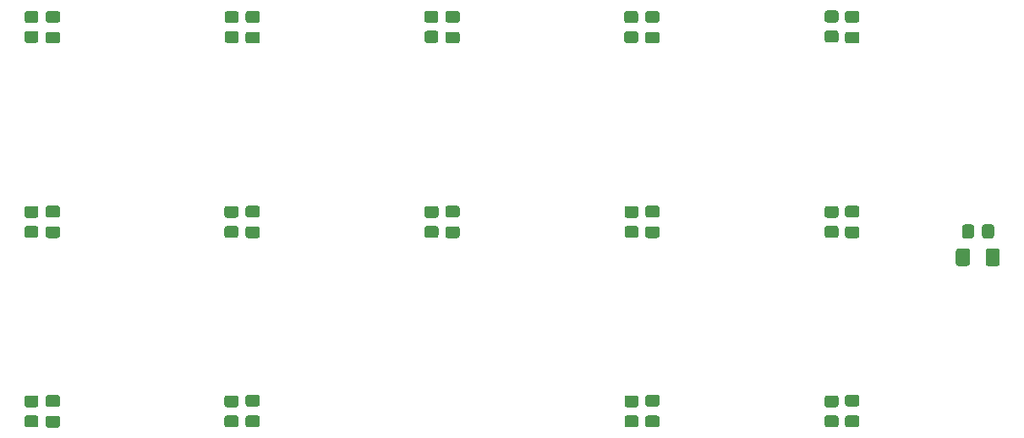
<source format=gbr>
%TF.GenerationSoftware,KiCad,Pcbnew,(5.1.8)-1*%
%TF.CreationDate,2021-11-07T18:09:00-05:00*%
%TF.ProjectId,Control_pad,436f6e74-726f-46c5-9f70-61642e6b6963,rev?*%
%TF.SameCoordinates,Original*%
%TF.FileFunction,Paste,Top*%
%TF.FilePolarity,Positive*%
%FSLAX46Y46*%
G04 Gerber Fmt 4.6, Leading zero omitted, Abs format (unit mm)*
G04 Created by KiCad (PCBNEW (5.1.8)-1) date 2021-11-07 18:09:00*
%MOMM*%
%LPD*%
G01*
G04 APERTURE LIST*
G04 APERTURE END LIST*
%TO.C,R29*%
G36*
G01*
X192879999Y-112850000D02*
X193780001Y-112850000D01*
G75*
G02*
X194030000Y-113099999I0J-249999D01*
G01*
X194030000Y-113800001D01*
G75*
G02*
X193780001Y-114050000I-249999J0D01*
G01*
X192879999Y-114050000D01*
G75*
G02*
X192630000Y-113800001I0J249999D01*
G01*
X192630000Y-113099999D01*
G75*
G02*
X192879999Y-112850000I249999J0D01*
G01*
G37*
G36*
G01*
X192879999Y-110850000D02*
X193780001Y-110850000D01*
G75*
G02*
X194030000Y-111099999I0J-249999D01*
G01*
X194030000Y-111800001D01*
G75*
G02*
X193780001Y-112050000I-249999J0D01*
G01*
X192879999Y-112050000D01*
G75*
G02*
X192630000Y-111800001I0J249999D01*
G01*
X192630000Y-111099999D01*
G75*
G02*
X192879999Y-110850000I249999J0D01*
G01*
G37*
%TD*%
%TO.C,R28*%
G36*
G01*
X172849999Y-112850000D02*
X173750001Y-112850000D01*
G75*
G02*
X174000000Y-113099999I0J-249999D01*
G01*
X174000000Y-113800001D01*
G75*
G02*
X173750001Y-114050000I-249999J0D01*
G01*
X172849999Y-114050000D01*
G75*
G02*
X172600000Y-113800001I0J249999D01*
G01*
X172600000Y-113099999D01*
G75*
G02*
X172849999Y-112850000I249999J0D01*
G01*
G37*
G36*
G01*
X172849999Y-110850000D02*
X173750001Y-110850000D01*
G75*
G02*
X174000000Y-111099999I0J-249999D01*
G01*
X174000000Y-111800001D01*
G75*
G02*
X173750001Y-112050000I-249999J0D01*
G01*
X172849999Y-112050000D01*
G75*
G02*
X172600000Y-111800001I0J249999D01*
G01*
X172600000Y-111099999D01*
G75*
G02*
X172849999Y-110850000I249999J0D01*
G01*
G37*
%TD*%
%TO.C,R27*%
G36*
G01*
X132789999Y-112850000D02*
X133690001Y-112850000D01*
G75*
G02*
X133940000Y-113099999I0J-249999D01*
G01*
X133940000Y-113800001D01*
G75*
G02*
X133690001Y-114050000I-249999J0D01*
G01*
X132789999Y-114050000D01*
G75*
G02*
X132540000Y-113800001I0J249999D01*
G01*
X132540000Y-113099999D01*
G75*
G02*
X132789999Y-112850000I249999J0D01*
G01*
G37*
G36*
G01*
X132789999Y-110850000D02*
X133690001Y-110850000D01*
G75*
G02*
X133940000Y-111099999I0J-249999D01*
G01*
X133940000Y-111800001D01*
G75*
G02*
X133690001Y-112050000I-249999J0D01*
G01*
X132789999Y-112050000D01*
G75*
G02*
X132540000Y-111800001I0J249999D01*
G01*
X132540000Y-111099999D01*
G75*
G02*
X132789999Y-110850000I249999J0D01*
G01*
G37*
%TD*%
%TO.C,R23*%
G36*
G01*
X112759999Y-112850000D02*
X113660001Y-112850000D01*
G75*
G02*
X113910000Y-113099999I0J-249999D01*
G01*
X113910000Y-113800001D01*
G75*
G02*
X113660001Y-114050000I-249999J0D01*
G01*
X112759999Y-114050000D01*
G75*
G02*
X112510000Y-113800001I0J249999D01*
G01*
X112510000Y-113099999D01*
G75*
G02*
X112759999Y-112850000I249999J0D01*
G01*
G37*
G36*
G01*
X112759999Y-110850000D02*
X113660001Y-110850000D01*
G75*
G02*
X113910000Y-111099999I0J-249999D01*
G01*
X113910000Y-111800001D01*
G75*
G02*
X113660001Y-112050000I-249999J0D01*
G01*
X112759999Y-112050000D01*
G75*
G02*
X112510000Y-111800001I0J249999D01*
G01*
X112510000Y-111099999D01*
G75*
G02*
X112759999Y-110850000I249999J0D01*
G01*
G37*
%TD*%
%TO.C,R22*%
G36*
G01*
X192879999Y-93880000D02*
X193780001Y-93880000D01*
G75*
G02*
X194030000Y-94129999I0J-249999D01*
G01*
X194030000Y-94830001D01*
G75*
G02*
X193780001Y-95080000I-249999J0D01*
G01*
X192879999Y-95080000D01*
G75*
G02*
X192630000Y-94830001I0J249999D01*
G01*
X192630000Y-94129999D01*
G75*
G02*
X192879999Y-93880000I249999J0D01*
G01*
G37*
G36*
G01*
X192879999Y-91880000D02*
X193780001Y-91880000D01*
G75*
G02*
X194030000Y-92129999I0J-249999D01*
G01*
X194030000Y-92830001D01*
G75*
G02*
X193780001Y-93080000I-249999J0D01*
G01*
X192879999Y-93080000D01*
G75*
G02*
X192630000Y-92830001I0J249999D01*
G01*
X192630000Y-92129999D01*
G75*
G02*
X192879999Y-91880000I249999J0D01*
G01*
G37*
%TD*%
%TO.C,R21*%
G36*
G01*
X172849999Y-93880000D02*
X173750001Y-93880000D01*
G75*
G02*
X174000000Y-94129999I0J-249999D01*
G01*
X174000000Y-94830001D01*
G75*
G02*
X173750001Y-95080000I-249999J0D01*
G01*
X172849999Y-95080000D01*
G75*
G02*
X172600000Y-94830001I0J249999D01*
G01*
X172600000Y-94129999D01*
G75*
G02*
X172849999Y-93880000I249999J0D01*
G01*
G37*
G36*
G01*
X172849999Y-91880000D02*
X173750001Y-91880000D01*
G75*
G02*
X174000000Y-92129999I0J-249999D01*
G01*
X174000000Y-92830001D01*
G75*
G02*
X173750001Y-93080000I-249999J0D01*
G01*
X172849999Y-93080000D01*
G75*
G02*
X172600000Y-92830001I0J249999D01*
G01*
X172600000Y-92129999D01*
G75*
G02*
X172849999Y-91880000I249999J0D01*
G01*
G37*
%TD*%
%TO.C,R20*%
G36*
G01*
X152819999Y-93880000D02*
X153720001Y-93880000D01*
G75*
G02*
X153970000Y-94129999I0J-249999D01*
G01*
X153970000Y-94830001D01*
G75*
G02*
X153720001Y-95080000I-249999J0D01*
G01*
X152819999Y-95080000D01*
G75*
G02*
X152570000Y-94830001I0J249999D01*
G01*
X152570000Y-94129999D01*
G75*
G02*
X152819999Y-93880000I249999J0D01*
G01*
G37*
G36*
G01*
X152819999Y-91880000D02*
X153720001Y-91880000D01*
G75*
G02*
X153970000Y-92129999I0J-249999D01*
G01*
X153970000Y-92830001D01*
G75*
G02*
X153720001Y-93080000I-249999J0D01*
G01*
X152819999Y-93080000D01*
G75*
G02*
X152570000Y-92830001I0J249999D01*
G01*
X152570000Y-92129999D01*
G75*
G02*
X152819999Y-91880000I249999J0D01*
G01*
G37*
%TD*%
%TO.C,R15*%
G36*
G01*
X207600000Y-93989999D02*
X207600000Y-94890001D01*
G75*
G02*
X207350001Y-95140000I-249999J0D01*
G01*
X206649999Y-95140000D01*
G75*
G02*
X206400000Y-94890001I0J249999D01*
G01*
X206400000Y-93989999D01*
G75*
G02*
X206649999Y-93740000I249999J0D01*
G01*
X207350001Y-93740000D01*
G75*
G02*
X207600000Y-93989999I0J-249999D01*
G01*
G37*
G36*
G01*
X209600000Y-93989999D02*
X209600000Y-94890001D01*
G75*
G02*
X209350001Y-95140000I-249999J0D01*
G01*
X208649999Y-95140000D01*
G75*
G02*
X208400000Y-94890001I0J249999D01*
G01*
X208400000Y-93989999D01*
G75*
G02*
X208649999Y-93740000I249999J0D01*
G01*
X209350001Y-93740000D01*
G75*
G02*
X209600000Y-93989999I0J-249999D01*
G01*
G37*
%TD*%
%TO.C,R14*%
G36*
G01*
X132789999Y-93880000D02*
X133690001Y-93880000D01*
G75*
G02*
X133940000Y-94129999I0J-249999D01*
G01*
X133940000Y-94830001D01*
G75*
G02*
X133690001Y-95080000I-249999J0D01*
G01*
X132789999Y-95080000D01*
G75*
G02*
X132540000Y-94830001I0J249999D01*
G01*
X132540000Y-94129999D01*
G75*
G02*
X132789999Y-93880000I249999J0D01*
G01*
G37*
G36*
G01*
X132789999Y-91880000D02*
X133690001Y-91880000D01*
G75*
G02*
X133940000Y-92129999I0J-249999D01*
G01*
X133940000Y-92830001D01*
G75*
G02*
X133690001Y-93080000I-249999J0D01*
G01*
X132789999Y-93080000D01*
G75*
G02*
X132540000Y-92830001I0J249999D01*
G01*
X132540000Y-92129999D01*
G75*
G02*
X132789999Y-91880000I249999J0D01*
G01*
G37*
%TD*%
%TO.C,R13*%
G36*
G01*
X112759999Y-93880000D02*
X113660001Y-93880000D01*
G75*
G02*
X113910000Y-94129999I0J-249999D01*
G01*
X113910000Y-94830001D01*
G75*
G02*
X113660001Y-95080000I-249999J0D01*
G01*
X112759999Y-95080000D01*
G75*
G02*
X112510000Y-94830001I0J249999D01*
G01*
X112510000Y-94129999D01*
G75*
G02*
X112759999Y-93880000I249999J0D01*
G01*
G37*
G36*
G01*
X112759999Y-91880000D02*
X113660001Y-91880000D01*
G75*
G02*
X113910000Y-92129999I0J-249999D01*
G01*
X113910000Y-92830001D01*
G75*
G02*
X113660001Y-93080000I-249999J0D01*
G01*
X112759999Y-93080000D01*
G75*
G02*
X112510000Y-92830001I0J249999D01*
G01*
X112510000Y-92129999D01*
G75*
G02*
X112759999Y-91880000I249999J0D01*
G01*
G37*
%TD*%
%TO.C,R12*%
G36*
G01*
X192879999Y-74320000D02*
X193780001Y-74320000D01*
G75*
G02*
X194030000Y-74569999I0J-249999D01*
G01*
X194030000Y-75270001D01*
G75*
G02*
X193780001Y-75520000I-249999J0D01*
G01*
X192879999Y-75520000D01*
G75*
G02*
X192630000Y-75270001I0J249999D01*
G01*
X192630000Y-74569999D01*
G75*
G02*
X192879999Y-74320000I249999J0D01*
G01*
G37*
G36*
G01*
X192879999Y-72320000D02*
X193780001Y-72320000D01*
G75*
G02*
X194030000Y-72569999I0J-249999D01*
G01*
X194030000Y-73270001D01*
G75*
G02*
X193780001Y-73520000I-249999J0D01*
G01*
X192879999Y-73520000D01*
G75*
G02*
X192630000Y-73270001I0J249999D01*
G01*
X192630000Y-72569999D01*
G75*
G02*
X192879999Y-72320000I249999J0D01*
G01*
G37*
%TD*%
%TO.C,R11*%
G36*
G01*
X172819999Y-74380000D02*
X173720001Y-74380000D01*
G75*
G02*
X173970000Y-74629999I0J-249999D01*
G01*
X173970000Y-75330001D01*
G75*
G02*
X173720001Y-75580000I-249999J0D01*
G01*
X172819999Y-75580000D01*
G75*
G02*
X172570000Y-75330001I0J249999D01*
G01*
X172570000Y-74629999D01*
G75*
G02*
X172819999Y-74380000I249999J0D01*
G01*
G37*
G36*
G01*
X172819999Y-72380000D02*
X173720001Y-72380000D01*
G75*
G02*
X173970000Y-72629999I0J-249999D01*
G01*
X173970000Y-73330001D01*
G75*
G02*
X173720001Y-73580000I-249999J0D01*
G01*
X172819999Y-73580000D01*
G75*
G02*
X172570000Y-73330001I0J249999D01*
G01*
X172570000Y-72629999D01*
G75*
G02*
X172819999Y-72380000I249999J0D01*
G01*
G37*
%TD*%
%TO.C,R6*%
G36*
G01*
X152809999Y-74350000D02*
X153710001Y-74350000D01*
G75*
G02*
X153960000Y-74599999I0J-249999D01*
G01*
X153960000Y-75300001D01*
G75*
G02*
X153710001Y-75550000I-249999J0D01*
G01*
X152809999Y-75550000D01*
G75*
G02*
X152560000Y-75300001I0J249999D01*
G01*
X152560000Y-74599999D01*
G75*
G02*
X152809999Y-74350000I249999J0D01*
G01*
G37*
G36*
G01*
X152809999Y-72350000D02*
X153710001Y-72350000D01*
G75*
G02*
X153960000Y-72599999I0J-249999D01*
G01*
X153960000Y-73300001D01*
G75*
G02*
X153710001Y-73550000I-249999J0D01*
G01*
X152809999Y-73550000D01*
G75*
G02*
X152560000Y-73300001I0J249999D01*
G01*
X152560000Y-72599999D01*
G75*
G02*
X152809999Y-72350000I249999J0D01*
G01*
G37*
%TD*%
%TO.C,R5*%
G36*
G01*
X132819999Y-74380000D02*
X133720001Y-74380000D01*
G75*
G02*
X133970000Y-74629999I0J-249999D01*
G01*
X133970000Y-75330001D01*
G75*
G02*
X133720001Y-75580000I-249999J0D01*
G01*
X132819999Y-75580000D01*
G75*
G02*
X132570000Y-75330001I0J249999D01*
G01*
X132570000Y-74629999D01*
G75*
G02*
X132819999Y-74380000I249999J0D01*
G01*
G37*
G36*
G01*
X132819999Y-72380000D02*
X133720001Y-72380000D01*
G75*
G02*
X133970000Y-72629999I0J-249999D01*
G01*
X133970000Y-73330001D01*
G75*
G02*
X133720001Y-73580000I-249999J0D01*
G01*
X132819999Y-73580000D01*
G75*
G02*
X132570000Y-73330001I0J249999D01*
G01*
X132570000Y-72629999D01*
G75*
G02*
X132819999Y-72380000I249999J0D01*
G01*
G37*
%TD*%
%TO.C,R4*%
G36*
G01*
X112769999Y-74360000D02*
X113670001Y-74360000D01*
G75*
G02*
X113920000Y-74609999I0J-249999D01*
G01*
X113920000Y-75310001D01*
G75*
G02*
X113670001Y-75560000I-249999J0D01*
G01*
X112769999Y-75560000D01*
G75*
G02*
X112520000Y-75310001I0J249999D01*
G01*
X112520000Y-74609999D01*
G75*
G02*
X112769999Y-74360000I249999J0D01*
G01*
G37*
G36*
G01*
X112769999Y-72360000D02*
X113670001Y-72360000D01*
G75*
G02*
X113920000Y-72609999I0J-249999D01*
G01*
X113920000Y-73310001D01*
G75*
G02*
X113670001Y-73560000I-249999J0D01*
G01*
X112769999Y-73560000D01*
G75*
G02*
X112520000Y-73310001I0J249999D01*
G01*
X112520000Y-72609999D01*
G75*
G02*
X112769999Y-72360000I249999J0D01*
G01*
G37*
%TD*%
%TO.C,D1*%
G36*
G01*
X207202500Y-96395000D02*
X207202500Y-97645000D01*
G75*
G02*
X206952500Y-97895000I-250000J0D01*
G01*
X206027500Y-97895000D01*
G75*
G02*
X205777500Y-97645000I0J250000D01*
G01*
X205777500Y-96395000D01*
G75*
G02*
X206027500Y-96145000I250000J0D01*
G01*
X206952500Y-96145000D01*
G75*
G02*
X207202500Y-96395000I0J-250000D01*
G01*
G37*
G36*
G01*
X210177500Y-96395000D02*
X210177500Y-97645000D01*
G75*
G02*
X209927500Y-97895000I-250000J0D01*
G01*
X209002500Y-97895000D01*
G75*
G02*
X208752500Y-97645000I0J250000D01*
G01*
X208752500Y-96395000D01*
G75*
G02*
X209002500Y-96145000I250000J0D01*
G01*
X209927500Y-96145000D01*
G75*
G02*
X210177500Y-96395000I0J-250000D01*
G01*
G37*
%TD*%
%TO.C,C14*%
G36*
G01*
X194925000Y-112870000D02*
X195875000Y-112870000D01*
G75*
G02*
X196125000Y-113120000I0J-250000D01*
G01*
X196125000Y-113795000D01*
G75*
G02*
X195875000Y-114045000I-250000J0D01*
G01*
X194925000Y-114045000D01*
G75*
G02*
X194675000Y-113795000I0J250000D01*
G01*
X194675000Y-113120000D01*
G75*
G02*
X194925000Y-112870000I250000J0D01*
G01*
G37*
G36*
G01*
X194925000Y-110795000D02*
X195875000Y-110795000D01*
G75*
G02*
X196125000Y-111045000I0J-250000D01*
G01*
X196125000Y-111720000D01*
G75*
G02*
X195875000Y-111970000I-250000J0D01*
G01*
X194925000Y-111970000D01*
G75*
G02*
X194675000Y-111720000I0J250000D01*
G01*
X194675000Y-111045000D01*
G75*
G02*
X194925000Y-110795000I250000J0D01*
G01*
G37*
%TD*%
%TO.C,C13*%
G36*
G01*
X174915000Y-112870000D02*
X175865000Y-112870000D01*
G75*
G02*
X176115000Y-113120000I0J-250000D01*
G01*
X176115000Y-113795000D01*
G75*
G02*
X175865000Y-114045000I-250000J0D01*
G01*
X174915000Y-114045000D01*
G75*
G02*
X174665000Y-113795000I0J250000D01*
G01*
X174665000Y-113120000D01*
G75*
G02*
X174915000Y-112870000I250000J0D01*
G01*
G37*
G36*
G01*
X174915000Y-110795000D02*
X175865000Y-110795000D01*
G75*
G02*
X176115000Y-111045000I0J-250000D01*
G01*
X176115000Y-111720000D01*
G75*
G02*
X175865000Y-111970000I-250000J0D01*
G01*
X174915000Y-111970000D01*
G75*
G02*
X174665000Y-111720000I0J250000D01*
G01*
X174665000Y-111045000D01*
G75*
G02*
X174915000Y-110795000I250000J0D01*
G01*
G37*
%TD*%
%TO.C,C12*%
G36*
G01*
X134895000Y-112870000D02*
X135845000Y-112870000D01*
G75*
G02*
X136095000Y-113120000I0J-250000D01*
G01*
X136095000Y-113795000D01*
G75*
G02*
X135845000Y-114045000I-250000J0D01*
G01*
X134895000Y-114045000D01*
G75*
G02*
X134645000Y-113795000I0J250000D01*
G01*
X134645000Y-113120000D01*
G75*
G02*
X134895000Y-112870000I250000J0D01*
G01*
G37*
G36*
G01*
X134895000Y-110795000D02*
X135845000Y-110795000D01*
G75*
G02*
X136095000Y-111045000I0J-250000D01*
G01*
X136095000Y-111720000D01*
G75*
G02*
X135845000Y-111970000I-250000J0D01*
G01*
X134895000Y-111970000D01*
G75*
G02*
X134645000Y-111720000I0J250000D01*
G01*
X134645000Y-111045000D01*
G75*
G02*
X134895000Y-110795000I250000J0D01*
G01*
G37*
%TD*%
%TO.C,C11*%
G36*
G01*
X114885000Y-112900000D02*
X115835000Y-112900000D01*
G75*
G02*
X116085000Y-113150000I0J-250000D01*
G01*
X116085000Y-113825000D01*
G75*
G02*
X115835000Y-114075000I-250000J0D01*
G01*
X114885000Y-114075000D01*
G75*
G02*
X114635000Y-113825000I0J250000D01*
G01*
X114635000Y-113150000D01*
G75*
G02*
X114885000Y-112900000I250000J0D01*
G01*
G37*
G36*
G01*
X114885000Y-110825000D02*
X115835000Y-110825000D01*
G75*
G02*
X116085000Y-111075000I0J-250000D01*
G01*
X116085000Y-111750000D01*
G75*
G02*
X115835000Y-112000000I-250000J0D01*
G01*
X114885000Y-112000000D01*
G75*
G02*
X114635000Y-111750000I0J250000D01*
G01*
X114635000Y-111075000D01*
G75*
G02*
X114885000Y-110825000I250000J0D01*
G01*
G37*
%TD*%
%TO.C,C10*%
G36*
G01*
X194925000Y-93930000D02*
X195875000Y-93930000D01*
G75*
G02*
X196125000Y-94180000I0J-250000D01*
G01*
X196125000Y-94855000D01*
G75*
G02*
X195875000Y-95105000I-250000J0D01*
G01*
X194925000Y-95105000D01*
G75*
G02*
X194675000Y-94855000I0J250000D01*
G01*
X194675000Y-94180000D01*
G75*
G02*
X194925000Y-93930000I250000J0D01*
G01*
G37*
G36*
G01*
X194925000Y-91855000D02*
X195875000Y-91855000D01*
G75*
G02*
X196125000Y-92105000I0J-250000D01*
G01*
X196125000Y-92780000D01*
G75*
G02*
X195875000Y-93030000I-250000J0D01*
G01*
X194925000Y-93030000D01*
G75*
G02*
X194675000Y-92780000I0J250000D01*
G01*
X194675000Y-92105000D01*
G75*
G02*
X194925000Y-91855000I250000J0D01*
G01*
G37*
%TD*%
%TO.C,C9*%
G36*
G01*
X174915000Y-93930000D02*
X175865000Y-93930000D01*
G75*
G02*
X176115000Y-94180000I0J-250000D01*
G01*
X176115000Y-94855000D01*
G75*
G02*
X175865000Y-95105000I-250000J0D01*
G01*
X174915000Y-95105000D01*
G75*
G02*
X174665000Y-94855000I0J250000D01*
G01*
X174665000Y-94180000D01*
G75*
G02*
X174915000Y-93930000I250000J0D01*
G01*
G37*
G36*
G01*
X174915000Y-91855000D02*
X175865000Y-91855000D01*
G75*
G02*
X176115000Y-92105000I0J-250000D01*
G01*
X176115000Y-92780000D01*
G75*
G02*
X175865000Y-93030000I-250000J0D01*
G01*
X174915000Y-93030000D01*
G75*
G02*
X174665000Y-92780000I0J250000D01*
G01*
X174665000Y-92105000D01*
G75*
G02*
X174915000Y-91855000I250000J0D01*
G01*
G37*
%TD*%
%TO.C,C8*%
G36*
G01*
X154905000Y-93930000D02*
X155855000Y-93930000D01*
G75*
G02*
X156105000Y-94180000I0J-250000D01*
G01*
X156105000Y-94855000D01*
G75*
G02*
X155855000Y-95105000I-250000J0D01*
G01*
X154905000Y-95105000D01*
G75*
G02*
X154655000Y-94855000I0J250000D01*
G01*
X154655000Y-94180000D01*
G75*
G02*
X154905000Y-93930000I250000J0D01*
G01*
G37*
G36*
G01*
X154905000Y-91855000D02*
X155855000Y-91855000D01*
G75*
G02*
X156105000Y-92105000I0J-250000D01*
G01*
X156105000Y-92780000D01*
G75*
G02*
X155855000Y-93030000I-250000J0D01*
G01*
X154905000Y-93030000D01*
G75*
G02*
X154655000Y-92780000I0J250000D01*
G01*
X154655000Y-92105000D01*
G75*
G02*
X154905000Y-91855000I250000J0D01*
G01*
G37*
%TD*%
%TO.C,C7*%
G36*
G01*
X134895000Y-93930000D02*
X135845000Y-93930000D01*
G75*
G02*
X136095000Y-94180000I0J-250000D01*
G01*
X136095000Y-94855000D01*
G75*
G02*
X135845000Y-95105000I-250000J0D01*
G01*
X134895000Y-95105000D01*
G75*
G02*
X134645000Y-94855000I0J250000D01*
G01*
X134645000Y-94180000D01*
G75*
G02*
X134895000Y-93930000I250000J0D01*
G01*
G37*
G36*
G01*
X134895000Y-91855000D02*
X135845000Y-91855000D01*
G75*
G02*
X136095000Y-92105000I0J-250000D01*
G01*
X136095000Y-92780000D01*
G75*
G02*
X135845000Y-93030000I-250000J0D01*
G01*
X134895000Y-93030000D01*
G75*
G02*
X134645000Y-92780000I0J250000D01*
G01*
X134645000Y-92105000D01*
G75*
G02*
X134895000Y-91855000I250000J0D01*
G01*
G37*
%TD*%
%TO.C,C6*%
G36*
G01*
X114885000Y-93930000D02*
X115835000Y-93930000D01*
G75*
G02*
X116085000Y-94180000I0J-250000D01*
G01*
X116085000Y-94855000D01*
G75*
G02*
X115835000Y-95105000I-250000J0D01*
G01*
X114885000Y-95105000D01*
G75*
G02*
X114635000Y-94855000I0J250000D01*
G01*
X114635000Y-94180000D01*
G75*
G02*
X114885000Y-93930000I250000J0D01*
G01*
G37*
G36*
G01*
X114885000Y-91855000D02*
X115835000Y-91855000D01*
G75*
G02*
X116085000Y-92105000I0J-250000D01*
G01*
X116085000Y-92780000D01*
G75*
G02*
X115835000Y-93030000I-250000J0D01*
G01*
X114885000Y-93030000D01*
G75*
G02*
X114635000Y-92780000I0J250000D01*
G01*
X114635000Y-92105000D01*
G75*
G02*
X114885000Y-91855000I250000J0D01*
G01*
G37*
%TD*%
%TO.C,C5*%
G36*
G01*
X194925000Y-74440000D02*
X195875000Y-74440000D01*
G75*
G02*
X196125000Y-74690000I0J-250000D01*
G01*
X196125000Y-75365000D01*
G75*
G02*
X195875000Y-75615000I-250000J0D01*
G01*
X194925000Y-75615000D01*
G75*
G02*
X194675000Y-75365000I0J250000D01*
G01*
X194675000Y-74690000D01*
G75*
G02*
X194925000Y-74440000I250000J0D01*
G01*
G37*
G36*
G01*
X194925000Y-72365000D02*
X195875000Y-72365000D01*
G75*
G02*
X196125000Y-72615000I0J-250000D01*
G01*
X196125000Y-73290000D01*
G75*
G02*
X195875000Y-73540000I-250000J0D01*
G01*
X194925000Y-73540000D01*
G75*
G02*
X194675000Y-73290000I0J250000D01*
G01*
X194675000Y-72615000D01*
G75*
G02*
X194925000Y-72365000I250000J0D01*
G01*
G37*
%TD*%
%TO.C,C4*%
G36*
G01*
X174917500Y-74440000D02*
X175867500Y-74440000D01*
G75*
G02*
X176117500Y-74690000I0J-250000D01*
G01*
X176117500Y-75365000D01*
G75*
G02*
X175867500Y-75615000I-250000J0D01*
G01*
X174917500Y-75615000D01*
G75*
G02*
X174667500Y-75365000I0J250000D01*
G01*
X174667500Y-74690000D01*
G75*
G02*
X174917500Y-74440000I250000J0D01*
G01*
G37*
G36*
G01*
X174917500Y-72365000D02*
X175867500Y-72365000D01*
G75*
G02*
X176117500Y-72615000I0J-250000D01*
G01*
X176117500Y-73290000D01*
G75*
G02*
X175867500Y-73540000I-250000J0D01*
G01*
X174917500Y-73540000D01*
G75*
G02*
X174667500Y-73290000I0J250000D01*
G01*
X174667500Y-72615000D01*
G75*
G02*
X174917500Y-72365000I250000J0D01*
G01*
G37*
%TD*%
%TO.C,C3*%
G36*
G01*
X154910000Y-74440000D02*
X155860000Y-74440000D01*
G75*
G02*
X156110000Y-74690000I0J-250000D01*
G01*
X156110000Y-75365000D01*
G75*
G02*
X155860000Y-75615000I-250000J0D01*
G01*
X154910000Y-75615000D01*
G75*
G02*
X154660000Y-75365000I0J250000D01*
G01*
X154660000Y-74690000D01*
G75*
G02*
X154910000Y-74440000I250000J0D01*
G01*
G37*
G36*
G01*
X154910000Y-72365000D02*
X155860000Y-72365000D01*
G75*
G02*
X156110000Y-72615000I0J-250000D01*
G01*
X156110000Y-73290000D01*
G75*
G02*
X155860000Y-73540000I-250000J0D01*
G01*
X154910000Y-73540000D01*
G75*
G02*
X154660000Y-73290000I0J250000D01*
G01*
X154660000Y-72615000D01*
G75*
G02*
X154910000Y-72365000I250000J0D01*
G01*
G37*
%TD*%
%TO.C,C2*%
G36*
G01*
X134902500Y-74440000D02*
X135852500Y-74440000D01*
G75*
G02*
X136102500Y-74690000I0J-250000D01*
G01*
X136102500Y-75365000D01*
G75*
G02*
X135852500Y-75615000I-250000J0D01*
G01*
X134902500Y-75615000D01*
G75*
G02*
X134652500Y-75365000I0J250000D01*
G01*
X134652500Y-74690000D01*
G75*
G02*
X134902500Y-74440000I250000J0D01*
G01*
G37*
G36*
G01*
X134902500Y-72365000D02*
X135852500Y-72365000D01*
G75*
G02*
X136102500Y-72615000I0J-250000D01*
G01*
X136102500Y-73290000D01*
G75*
G02*
X135852500Y-73540000I-250000J0D01*
G01*
X134902500Y-73540000D01*
G75*
G02*
X134652500Y-73290000I0J250000D01*
G01*
X134652500Y-72615000D01*
G75*
G02*
X134902500Y-72365000I250000J0D01*
G01*
G37*
%TD*%
%TO.C,C1*%
G36*
G01*
X114895000Y-74440000D02*
X115845000Y-74440000D01*
G75*
G02*
X116095000Y-74690000I0J-250000D01*
G01*
X116095000Y-75365000D01*
G75*
G02*
X115845000Y-75615000I-250000J0D01*
G01*
X114895000Y-75615000D01*
G75*
G02*
X114645000Y-75365000I0J250000D01*
G01*
X114645000Y-74690000D01*
G75*
G02*
X114895000Y-74440000I250000J0D01*
G01*
G37*
G36*
G01*
X114895000Y-72365000D02*
X115845000Y-72365000D01*
G75*
G02*
X116095000Y-72615000I0J-250000D01*
G01*
X116095000Y-73290000D01*
G75*
G02*
X115845000Y-73540000I-250000J0D01*
G01*
X114895000Y-73540000D01*
G75*
G02*
X114645000Y-73290000I0J250000D01*
G01*
X114645000Y-72615000D01*
G75*
G02*
X114895000Y-72365000I250000J0D01*
G01*
G37*
%TD*%
M02*

</source>
